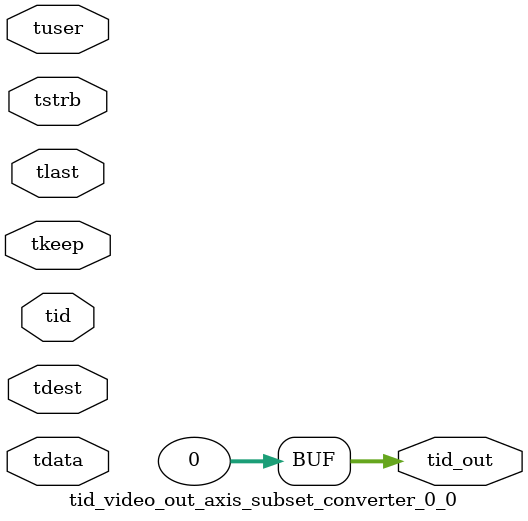
<source format=v>


`timescale 1ps/1ps

module tid_video_out_axis_subset_converter_0_0 #
(
parameter C_S_AXIS_TID_WIDTH   = 1,
parameter C_S_AXIS_TUSER_WIDTH = 0,
parameter C_S_AXIS_TDATA_WIDTH = 0,
parameter C_S_AXIS_TDEST_WIDTH = 0,
parameter C_M_AXIS_TID_WIDTH   = 32
)
(
input  [(C_S_AXIS_TID_WIDTH   == 0 ? 1 : C_S_AXIS_TID_WIDTH)-1:0       ] tid,
input  [(C_S_AXIS_TDATA_WIDTH == 0 ? 1 : C_S_AXIS_TDATA_WIDTH)-1:0     ] tdata,
input  [(C_S_AXIS_TUSER_WIDTH == 0 ? 1 : C_S_AXIS_TUSER_WIDTH)-1:0     ] tuser,
input  [(C_S_AXIS_TDEST_WIDTH == 0 ? 1 : C_S_AXIS_TDEST_WIDTH)-1:0     ] tdest,
input  [(C_S_AXIS_TDATA_WIDTH/8)-1:0 ] tkeep,
input  [(C_S_AXIS_TDATA_WIDTH/8)-1:0 ] tstrb,
input                                                                    tlast,
output [(C_M_AXIS_TID_WIDTH   == 0 ? 1 : C_M_AXIS_TID_WIDTH)-1:0       ] tid_out
);

assign tid_out = {1'b0};

endmodule


</source>
